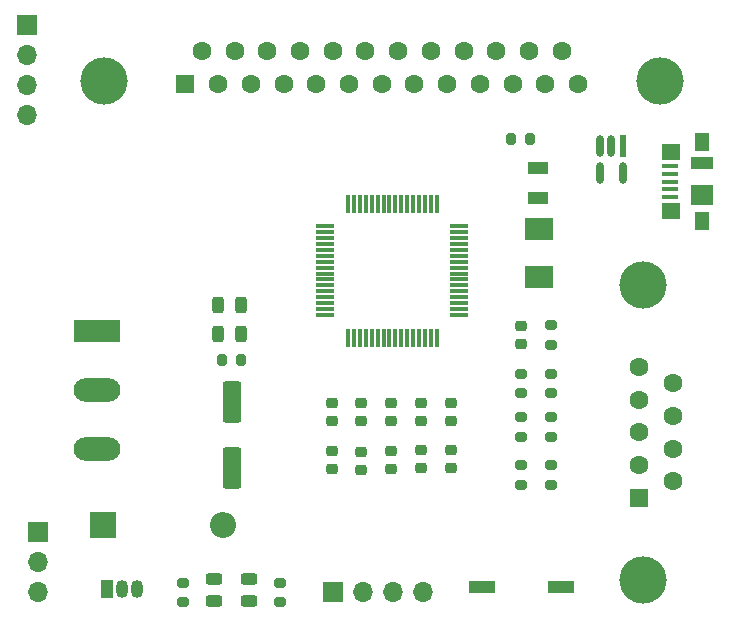
<source format=gbr>
%TF.GenerationSoftware,KiCad,Pcbnew,7.0.1*%
%TF.CreationDate,2023-06-01T09:44:18-03:00*%
%TF.ProjectId,BitBangARM,42697442-616e-4674-9152-4d2e6b696361,rev?*%
%TF.SameCoordinates,Original*%
%TF.FileFunction,Soldermask,Top*%
%TF.FilePolarity,Negative*%
%FSLAX46Y46*%
G04 Gerber Fmt 4.6, Leading zero omitted, Abs format (unit mm)*
G04 Created by KiCad (PCBNEW 7.0.1) date 2023-06-01 09:44:18*
%MOMM*%
%LPD*%
G01*
G04 APERTURE LIST*
G04 Aperture macros list*
%AMRoundRect*
0 Rectangle with rounded corners*
0 $1 Rounding radius*
0 $2 $3 $4 $5 $6 $7 $8 $9 X,Y pos of 4 corners*
0 Add a 4 corners polygon primitive as box body*
4,1,4,$2,$3,$4,$5,$6,$7,$8,$9,$2,$3,0*
0 Add four circle primitives for the rounded corners*
1,1,$1+$1,$2,$3*
1,1,$1+$1,$4,$5*
1,1,$1+$1,$6,$7*
1,1,$1+$1,$8,$9*
0 Add four rect primitives between the rounded corners*
20,1,$1+$1,$2,$3,$4,$5,0*
20,1,$1+$1,$4,$5,$6,$7,0*
20,1,$1+$1,$6,$7,$8,$9,0*
20,1,$1+$1,$8,$9,$2,$3,0*%
G04 Aperture macros list end*
%ADD10R,1.700000X1.700000*%
%ADD11O,1.700000X1.700000*%
%ADD12RoundRect,0.200000X0.275000X-0.200000X0.275000X0.200000X-0.275000X0.200000X-0.275000X-0.200000X0*%
%ADD13RoundRect,0.243750X0.456250X-0.243750X0.456250X0.243750X-0.456250X0.243750X-0.456250X-0.243750X0*%
%ADD14R,2.160000X1.120000*%
%ADD15RoundRect,0.200000X-0.275000X0.200000X-0.275000X-0.200000X0.275000X-0.200000X0.275000X0.200000X0*%
%ADD16RoundRect,0.225000X-0.250000X0.225000X-0.250000X-0.225000X0.250000X-0.225000X0.250000X0.225000X0*%
%ADD17RoundRect,0.225000X0.250000X-0.225000X0.250000X0.225000X-0.250000X0.225000X-0.250000X-0.225000X0*%
%ADD18R,1.380000X0.450000*%
%ADD19R,1.300000X1.650000*%
%ADD20R,1.550000X1.425000*%
%ADD21R,1.900000X1.800000*%
%ADD22R,1.900000X1.000000*%
%ADD23R,3.960000X1.980000*%
%ADD24O,3.960000X1.980000*%
%ADD25RoundRect,0.075000X0.700000X0.075000X-0.700000X0.075000X-0.700000X-0.075000X0.700000X-0.075000X0*%
%ADD26RoundRect,0.075000X0.075000X0.700000X-0.075000X0.700000X-0.075000X-0.700000X0.075000X-0.700000X0*%
%ADD27RoundRect,0.304904X0.000001X0.622165X0.000001X-0.622165X-0.000001X-0.622165X-0.000001X0.622165X0*%
%ADD28R,0.609807X1.854139*%
%ADD29RoundRect,0.200000X-0.200000X-0.275000X0.200000X-0.275000X0.200000X0.275000X-0.200000X0.275000X0*%
%ADD30C,4.000000*%
%ADD31R,1.600000X1.600000*%
%ADD32C,1.600000*%
%ADD33RoundRect,0.243750X-0.243750X-0.456250X0.243750X-0.456250X0.243750X0.456250X-0.243750X0.456250X0*%
%ADD34R,1.050000X1.500000*%
%ADD35O,1.050000X1.500000*%
%ADD36R,2.400000X1.900000*%
%ADD37R,2.200000X2.200000*%
%ADD38O,2.200000X2.200000*%
%ADD39RoundRect,0.250000X0.550000X-1.500000X0.550000X1.500000X-0.550000X1.500000X-0.550000X-1.500000X0*%
%ADD40R,1.800000X1.000000*%
G04 APERTURE END LIST*
D10*
%TO.C,J7*%
X147866500Y-126664100D03*
D11*
X150406500Y-126664100D03*
X152946500Y-126664100D03*
X155486500Y-126664100D03*
%TD*%
D12*
%TO.C,R11*%
X143386500Y-127589100D03*
X143386500Y-125939100D03*
%TD*%
%TO.C,R10*%
X135111500Y-127589100D03*
X135111500Y-125939100D03*
%TD*%
D13*
%TO.C,D5*%
X140761500Y-127501600D03*
X140761500Y-125626600D03*
%TD*%
%TO.C,D4*%
X137786500Y-127464100D03*
X137786500Y-125589100D03*
%TD*%
D14*
%TO.C,SW1*%
X167151500Y-126264100D03*
X160421500Y-126264100D03*
%TD*%
D15*
%TO.C,R5*%
X166286500Y-111914100D03*
X166286500Y-113564100D03*
%TD*%
D16*
%TO.C,C16*%
X155241500Y-110714100D03*
X155241500Y-112264100D03*
%TD*%
D12*
%TO.C,R4*%
X163761500Y-113539100D03*
X163761500Y-111889100D03*
%TD*%
D15*
%TO.C,R9*%
X166254500Y-104137100D03*
X166254500Y-105787100D03*
%TD*%
D12*
%TO.C,R8*%
X166286500Y-117614100D03*
X166286500Y-115964100D03*
%TD*%
D17*
%TO.C,C10*%
X157841500Y-112264100D03*
X157841500Y-110714100D03*
%TD*%
D18*
%TO.C,J1*%
X176401500Y-93251600D03*
X176401500Y-92601600D03*
X176401500Y-91951600D03*
X176401500Y-91301600D03*
X176401500Y-90651600D03*
D19*
X179061500Y-95326600D03*
D20*
X176486500Y-94439100D03*
D21*
X179061500Y-93101600D03*
D22*
X179061500Y-90401600D03*
D20*
X176486500Y-89464100D03*
D19*
X179061500Y-88576600D03*
%TD*%
D23*
%TO.C,J3*%
X127836500Y-104566100D03*
D24*
X127836500Y-109566100D03*
X127836500Y-114566100D03*
%TD*%
D10*
%TO.C,J5*%
X121961500Y-78684100D03*
D11*
X121961500Y-81224100D03*
X121961500Y-83764100D03*
X121961500Y-86304100D03*
%TD*%
D17*
%TO.C,C17*%
X152741500Y-116274100D03*
X152741500Y-114724100D03*
%TD*%
D25*
%TO.C,U3*%
X158536500Y-103239100D03*
X158536500Y-102739100D03*
X158536500Y-102239100D03*
X158536500Y-101739100D03*
X158536500Y-101239100D03*
X158536500Y-100739100D03*
X158536500Y-100239100D03*
X158536500Y-99739100D03*
X158536500Y-99239100D03*
X158536500Y-98739100D03*
X158536500Y-98239100D03*
X158536500Y-97739100D03*
X158536500Y-97239100D03*
X158536500Y-96739100D03*
X158536500Y-96239100D03*
X158536500Y-95739100D03*
D26*
X156611500Y-93814100D03*
X156111500Y-93814100D03*
X155611500Y-93814100D03*
X155111500Y-93814100D03*
X154611500Y-93814100D03*
X154111500Y-93814100D03*
X153611500Y-93814100D03*
X153111500Y-93814100D03*
X152611500Y-93814100D03*
X152111500Y-93814100D03*
X151611500Y-93814100D03*
X151111500Y-93814100D03*
X150611500Y-93814100D03*
X150111500Y-93814100D03*
X149611500Y-93814100D03*
X149111500Y-93814100D03*
D25*
X147186500Y-95739100D03*
X147186500Y-96239100D03*
X147186500Y-96739100D03*
X147186500Y-97239100D03*
X147186500Y-97739100D03*
X147186500Y-98239100D03*
X147186500Y-98739100D03*
X147186500Y-99239100D03*
X147186500Y-99739100D03*
X147186500Y-100239100D03*
X147186500Y-100739100D03*
X147186500Y-101239100D03*
X147186500Y-101739100D03*
X147186500Y-102239100D03*
X147186500Y-102739100D03*
X147186500Y-103239100D03*
D26*
X149111500Y-105164100D03*
X149611500Y-105164100D03*
X150111500Y-105164100D03*
X150611500Y-105164100D03*
X151111500Y-105164100D03*
X151611500Y-105164100D03*
X152111500Y-105164100D03*
X152611500Y-105164100D03*
X153111500Y-105164100D03*
X153611500Y-105164100D03*
X154111500Y-105164100D03*
X154611500Y-105164100D03*
X155111500Y-105164100D03*
X155611500Y-105164100D03*
X156111500Y-105164100D03*
X156611500Y-105164100D03*
%TD*%
D27*
%TO.C,U2*%
X172361500Y-91214118D03*
X170461499Y-91214118D03*
X170461499Y-88963283D03*
X171411499Y-88963283D03*
D28*
X172361500Y-88963283D03*
%TD*%
D29*
%TO.C,R7*%
X138411500Y-107039100D03*
X140061500Y-107039100D03*
%TD*%
D30*
%TO.C,J4*%
X174046500Y-125684100D03*
X174046500Y-100684100D03*
D31*
X173746500Y-118724100D03*
D32*
X173746500Y-115954100D03*
X173746500Y-113184100D03*
X173746500Y-110414100D03*
X173746500Y-107644100D03*
X176586500Y-117339100D03*
X176586500Y-114569100D03*
X176586500Y-111799100D03*
X176586500Y-109029100D03*
%TD*%
D17*
%TO.C,C8*%
X147741500Y-112264100D03*
X147741500Y-110714100D03*
%TD*%
%TO.C,C5*%
X147761500Y-116289100D03*
X147761500Y-114739100D03*
%TD*%
D12*
%TO.C,R1*%
X166279500Y-109887100D03*
X166279500Y-108237100D03*
%TD*%
D33*
%TO.C,D3*%
X138131500Y-102389100D03*
X140006500Y-102389100D03*
%TD*%
D34*
%TO.C,Q1*%
X128696500Y-126489100D03*
D35*
X129966500Y-126489100D03*
X131236500Y-126489100D03*
%TD*%
D17*
%TO.C,C9*%
X150241500Y-112264100D03*
X150241500Y-110714100D03*
%TD*%
D16*
%TO.C,C19*%
X157861500Y-114689100D03*
X157861500Y-116239100D03*
%TD*%
D12*
%TO.C,R2*%
X163769500Y-109887100D03*
X163769500Y-108237100D03*
%TD*%
D33*
%TO.C,D1*%
X138131500Y-104889100D03*
X140006500Y-104889100D03*
%TD*%
D36*
%TO.C,Y4*%
X165236500Y-95939100D03*
X165236500Y-100039100D03*
%TD*%
D37*
%TO.C,D2*%
X128344500Y-120996100D03*
D38*
X138504500Y-120996100D03*
%TD*%
D16*
%TO.C,C14*%
X163729500Y-104187100D03*
X163729500Y-105737100D03*
%TD*%
D17*
%TO.C,C11*%
X155241500Y-116239100D03*
X155241500Y-114689100D03*
%TD*%
D30*
%TO.C,J2*%
X175511500Y-83404100D03*
X128411500Y-83404100D03*
D31*
X135341500Y-83704100D03*
D32*
X138111500Y-83704100D03*
X140881500Y-83704100D03*
X143651500Y-83704100D03*
X146421500Y-83704100D03*
X149191500Y-83704100D03*
X151961500Y-83704100D03*
X154731500Y-83704100D03*
X157501500Y-83704100D03*
X160271500Y-83704100D03*
X163041500Y-83704100D03*
X165811500Y-83704100D03*
X168581500Y-83704100D03*
X136726500Y-80864100D03*
X139496500Y-80864100D03*
X142266500Y-80864100D03*
X145036500Y-80864100D03*
X147806500Y-80864100D03*
X150576500Y-80864100D03*
X153346500Y-80864100D03*
X156116500Y-80864100D03*
X158886500Y-80864100D03*
X161656500Y-80864100D03*
X164426500Y-80864100D03*
X167196500Y-80864100D03*
%TD*%
D29*
%TO.C,R6*%
X162886500Y-88364100D03*
X164536500Y-88364100D03*
%TD*%
D16*
%TO.C,C12*%
X150236500Y-114821100D03*
X150236500Y-116371100D03*
%TD*%
D39*
%TO.C,C13*%
X139266500Y-116176100D03*
X139266500Y-110576100D03*
%TD*%
D40*
%TO.C,Y3*%
X165186500Y-93314100D03*
X165186500Y-90814100D03*
%TD*%
D16*
%TO.C,C15*%
X152741500Y-110714100D03*
X152741500Y-112264100D03*
%TD*%
D10*
%TO.C,JP2*%
X122861500Y-121639100D03*
D11*
X122861500Y-124179100D03*
X122861500Y-126719100D03*
%TD*%
D12*
%TO.C,R3*%
X163761500Y-117614100D03*
X163761500Y-115964100D03*
%TD*%
M02*

</source>
